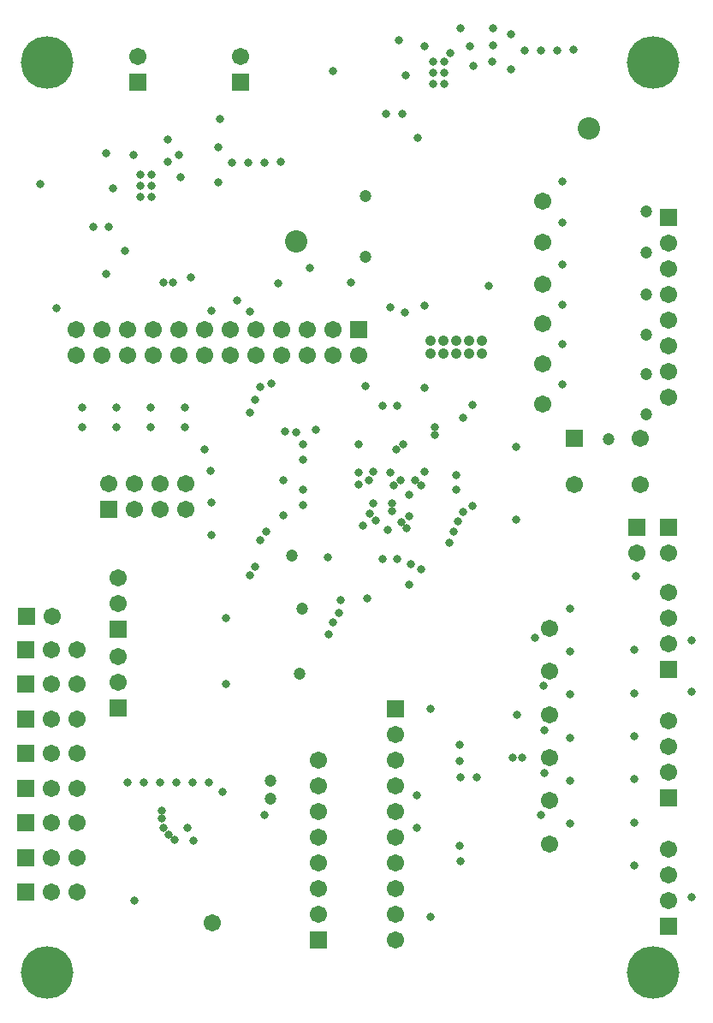
<source format=gbr>
%TF.GenerationSoftware,Altium Limited,Altium Designer,19.1.8 (144)*%
G04 Layer_Color=16711935*
%FSLAX45Y45*%
%MOMM*%
%TF.FileFunction,Soldermask,Bot*%
%TF.Part,Single*%
G01*
G75*
%TA.AperFunction,ComponentPad*%
%ADD44C,1.70320*%
%ADD45R,1.70320X1.70320*%
%ADD46C,1.70320*%
%ADD47C,2.20320*%
%ADD48C,1.05320*%
%ADD49R,1.70320X1.70320*%
%TA.AperFunction,ViaPad*%
%ADD50C,0.80320*%
%ADD51C,1.20320*%
%ADD52C,5.20320*%
D44*
X6652500Y3749000D02*
D03*
Y4257000D02*
D03*
Y4003000D02*
D03*
Y1209000D02*
D03*
Y1717000D02*
D03*
Y1463000D02*
D03*
Y2479000D02*
D03*
Y2987000D02*
D03*
Y2733000D02*
D03*
X1207500Y4151500D02*
D03*
Y4405500D02*
D03*
Y3366500D02*
D03*
Y3620500D02*
D03*
X1876500Y5331500D02*
D03*
Y5077500D02*
D03*
X1622500Y5331500D02*
D03*
Y5077500D02*
D03*
X1368500Y5331500D02*
D03*
Y5077500D02*
D03*
X1114500Y5331500D02*
D03*
X5717500Y5327500D02*
D03*
X6367500D02*
D03*
Y5777500D02*
D03*
X2416000Y9554000D02*
D03*
X1400000D02*
D03*
X6652500Y7711500D02*
D03*
Y7457500D02*
D03*
Y7203500D02*
D03*
Y6949500D02*
D03*
Y6695500D02*
D03*
Y6441500D02*
D03*
Y6187500D02*
D03*
Y4651000D02*
D03*
X549000Y4022500D02*
D03*
X6337500Y4648500D02*
D03*
X543500Y3690714D02*
D03*
X797500D02*
D03*
X543500Y3347857D02*
D03*
X797500D02*
D03*
X3948000Y2596000D02*
D03*
Y818000D02*
D03*
Y1072000D02*
D03*
Y1326000D02*
D03*
Y1580000D02*
D03*
Y1834000D02*
D03*
Y2088000D02*
D03*
Y2342000D02*
D03*
Y2850000D02*
D03*
X543500Y3005000D02*
D03*
X797500D02*
D03*
X543500Y2662143D02*
D03*
X797500D02*
D03*
X543500Y2319286D02*
D03*
X797500D02*
D03*
X543500Y1976429D02*
D03*
X797500D02*
D03*
X3582000Y6606000D02*
D03*
X3328000Y6860000D02*
D03*
Y6606000D02*
D03*
X3074000Y6860000D02*
D03*
Y6606000D02*
D03*
X2820000Y6860000D02*
D03*
Y6606000D02*
D03*
X2566000Y6860000D02*
D03*
Y6606000D02*
D03*
X2312000Y6860000D02*
D03*
Y6606000D02*
D03*
X2058000Y6860000D02*
D03*
Y6606000D02*
D03*
X1804000Y6860000D02*
D03*
Y6606000D02*
D03*
X1550000Y6860000D02*
D03*
Y6606000D02*
D03*
X1296000Y6860000D02*
D03*
Y6606000D02*
D03*
X1042000Y6860000D02*
D03*
Y6606000D02*
D03*
X788000Y6860000D02*
D03*
Y6606000D02*
D03*
X543500Y1633572D02*
D03*
X797500D02*
D03*
X543500Y1290714D02*
D03*
X797500D02*
D03*
X3186000Y1072000D02*
D03*
Y1326000D02*
D03*
Y1580000D02*
D03*
Y1834000D02*
D03*
Y2088000D02*
D03*
Y2342000D02*
D03*
Y2596000D02*
D03*
D45*
X6652500Y3495000D02*
D03*
Y955000D02*
D03*
Y2225000D02*
D03*
X1207500Y3897500D02*
D03*
Y3112500D02*
D03*
X2416000Y9300000D02*
D03*
X1400000D02*
D03*
X6652500Y7965500D02*
D03*
Y4905000D02*
D03*
X6337500Y4902500D02*
D03*
X3948000Y3104000D02*
D03*
X3186000Y818000D02*
D03*
D46*
X5475000Y3050000D02*
D03*
Y2623500D02*
D03*
X5475000Y1770500D02*
D03*
X5475000Y3476501D02*
D03*
X2140000Y987500D02*
D03*
X5475000Y3903000D02*
D03*
X5475000Y2197000D02*
D03*
X5402500Y7719500D02*
D03*
X5402500Y8126500D02*
D03*
X5402500Y6122500D02*
D03*
Y6518000D02*
D03*
X5402500Y6912501D02*
D03*
X5402500Y7307000D02*
D03*
D47*
X5865000Y8847500D02*
D03*
X2967814Y7729778D02*
D03*
D48*
X4298500Y6619000D02*
D03*
Y6746000D02*
D03*
X4425500Y6619000D02*
D03*
Y6746000D02*
D03*
X4552500Y6619000D02*
D03*
Y6746000D02*
D03*
X4679500Y6619000D02*
D03*
Y6746000D02*
D03*
X4806500Y6619000D02*
D03*
Y6746000D02*
D03*
D49*
X1114500Y5077500D02*
D03*
X5717500Y5777500D02*
D03*
X295000Y4022500D02*
D03*
X289500Y3690714D02*
D03*
Y3347857D02*
D03*
Y3005000D02*
D03*
Y2662143D02*
D03*
Y2319286D02*
D03*
Y1976429D02*
D03*
X3582000Y6860000D02*
D03*
X289500Y1633572D02*
D03*
Y1290714D02*
D03*
D50*
X2275000Y3350000D02*
D03*
Y4000000D02*
D03*
X1537443Y8392441D02*
D03*
Y8282441D02*
D03*
X1427443Y8392441D02*
D03*
Y8282441D02*
D03*
X1537443Y8172441D02*
D03*
X1427443D02*
D03*
X4490000Y9592500D02*
D03*
X4595000Y9837500D02*
D03*
X4915000Y9840000D02*
D03*
Y9670155D02*
D03*
X2130000Y4822779D02*
D03*
X4037500Y7030000D02*
D03*
X4087500Y5012500D02*
D03*
X4232180Y7095000D02*
D03*
X3650000Y6300000D02*
D03*
X1750000Y7325000D02*
D03*
X1653718Y7325000D02*
D03*
X1922500Y7370000D02*
D03*
X1082500Y7407500D02*
D03*
X2380000Y7142500D02*
D03*
X2505000Y7035000D02*
D03*
X1699613Y8735000D02*
D03*
Y8520000D02*
D03*
X3160154Y5867786D02*
D03*
X2970000Y5842500D02*
D03*
X2860000Y5847500D02*
D03*
X2837500Y5370000D02*
D03*
X2837638Y5020245D02*
D03*
X3102500Y7467500D02*
D03*
X2790000Y7317500D02*
D03*
X595000Y7065000D02*
D03*
X6327500Y4415000D02*
D03*
X2125000Y5142779D02*
D03*
X2117500Y5462779D02*
D03*
X2057500Y5670000D02*
D03*
X6312500Y3687500D02*
D03*
Y3261001D02*
D03*
Y2834500D02*
D03*
Y2408000D02*
D03*
X6312500Y1981500D02*
D03*
Y1555000D02*
D03*
X2125000Y7042500D02*
D03*
X4232500Y6280000D02*
D03*
X3900000Y7075000D02*
D03*
X5144979Y5699685D02*
D03*
X4434629Y9290163D02*
D03*
X4324629D02*
D03*
X4434629Y9400163D02*
D03*
X4324629D02*
D03*
X4434629Y9510163D02*
D03*
X4324629D02*
D03*
X4232500Y5455000D02*
D03*
X5110500Y2623000D02*
D03*
X1637500Y2020000D02*
D03*
X1632500Y2100000D02*
D03*
X1650000Y1925000D02*
D03*
X1705000Y1862500D02*
D03*
X1762500Y1807500D02*
D03*
X4485000Y4747500D02*
D03*
X4525000Y4855000D02*
D03*
X4620000Y5052500D02*
D03*
X4565000Y4962500D02*
D03*
X4202500Y4487500D02*
D03*
X4085000Y4335000D02*
D03*
X4100000Y4537500D02*
D03*
X3967500Y4587500D02*
D03*
X4707500Y5110000D02*
D03*
X3752500Y4970000D02*
D03*
X3690000Y5035000D02*
D03*
X3917691Y5140251D02*
D03*
X3917500Y5065363D02*
D03*
X4055198Y4890239D02*
D03*
X4007696Y4947741D02*
D03*
X3385000Y4055000D02*
D03*
X3327500Y3960000D02*
D03*
X3405000Y4177500D02*
D03*
X3285000Y3840000D02*
D03*
X3730000Y5452500D02*
D03*
X3957500Y5670000D02*
D03*
X3587675Y5320260D02*
D03*
X4080000Y5220000D02*
D03*
X2510122Y6035295D02*
D03*
X4617500Y5985000D02*
D03*
X4027500Y5720000D02*
D03*
X3685180Y5370262D02*
D03*
X2610000Y6287500D02*
D03*
X2670000Y4855000D02*
D03*
X2717500Y6320000D02*
D03*
X2560000Y6165000D02*
D03*
X3508750Y7320000D02*
D03*
X4160000Y1927500D02*
D03*
Y2252500D02*
D03*
X2214845Y8942500D02*
D03*
X3875000Y4877500D02*
D03*
X3895000Y5442500D02*
D03*
X3585000D02*
D03*
Y5720000D02*
D03*
X3627500Y4920000D02*
D03*
X3730000Y5140000D02*
D03*
X3820447Y6105453D02*
D03*
X3035000Y5570000D02*
D03*
X2327835Y8507717D02*
D03*
X2490334D02*
D03*
X2650335D02*
D03*
X2810314Y8513032D02*
D03*
X2195314Y8662433D02*
D03*
Y8312433D02*
D03*
X5707479Y9625470D02*
D03*
X5547500Y9620155D02*
D03*
X5387500D02*
D03*
X5225000D02*
D03*
X4907500Y9510155D02*
D03*
X5092500Y9430155D02*
D03*
X4172186Y8755222D02*
D03*
X1275000Y7637500D02*
D03*
X1820000Y8362500D02*
D03*
X1807500Y8582500D02*
D03*
X1357500D02*
D03*
X1155314Y8257441D02*
D03*
X1082814Y8599934D02*
D03*
X1115314Y7869933D02*
D03*
X955314D02*
D03*
X432814Y8299933D02*
D03*
X4719199Y9466854D02*
D03*
X4682500Y9662655D02*
D03*
X4240000D02*
D03*
X3852500Y8987655D02*
D03*
X5092500Y9780155D02*
D03*
X4012500Y8987655D02*
D03*
X3330000Y9417655D02*
D03*
X3980000Y9717656D02*
D03*
X4052500Y9375163D02*
D03*
X847500Y6084993D02*
D03*
X1187779Y6084709D02*
D03*
X1527500Y6084993D02*
D03*
X1867500D02*
D03*
Y5894994D02*
D03*
X1527500D02*
D03*
X1187779Y5894709D02*
D03*
X847500Y5894994D02*
D03*
X6880000Y1247500D02*
D03*
Y3275000D02*
D03*
Y3787500D02*
D03*
X4590000Y1600000D02*
D03*
X4582500Y1752500D02*
D03*
X4750000Y2427500D02*
D03*
X4587500Y2430000D02*
D03*
X4582500Y2590000D02*
D03*
X4580000Y2750000D02*
D03*
X4292500Y3110000D02*
D03*
Y1052500D02*
D03*
X4872179Y7290000D02*
D03*
X5602500Y6314500D02*
D03*
Y6710000D02*
D03*
X5602500Y7104500D02*
D03*
X5602500Y7498999D02*
D03*
Y7911500D02*
D03*
X5602500Y8318500D02*
D03*
X5675000Y4100000D02*
D03*
Y3673501D02*
D03*
Y3247000D02*
D03*
Y2820500D02*
D03*
X5675001Y2394000D02*
D03*
Y1967500D02*
D03*
X5390000Y2060000D02*
D03*
X5425000Y2470000D02*
D03*
Y2892500D02*
D03*
X5410000Y3332500D02*
D03*
X5325000Y3805000D02*
D03*
X2610000Y4775000D02*
D03*
X4000000Y5370000D02*
D03*
X3935000Y5320000D02*
D03*
X5152500Y3050000D02*
D03*
X3277500Y4605000D02*
D03*
X5202500Y2623500D02*
D03*
X1892500Y1925000D02*
D03*
X5145000Y4980000D02*
D03*
X2237500Y2282501D02*
D03*
X2652500Y2060001D02*
D03*
X1367500Y1210000D02*
D03*
X3665000Y4195000D02*
D03*
X4712500Y6107500D02*
D03*
X4340000Y5887500D02*
D03*
X4142500Y5370000D02*
D03*
X4340000Y5812500D02*
D03*
X4202500Y5320000D02*
D03*
X2560000Y4510000D02*
D03*
X2512500Y4430000D02*
D03*
X1300001Y2380001D02*
D03*
X1620001D02*
D03*
X1780001Y2377501D02*
D03*
X1950000Y1802501D02*
D03*
X1940001Y2377501D02*
D03*
X1460001Y2380001D02*
D03*
X2100000D02*
D03*
X3035000Y5720000D02*
D03*
X3817500Y4587500D02*
D03*
X3035000Y5270000D02*
D03*
Y5120000D02*
D03*
X4550000Y5270000D02*
D03*
Y5420000D02*
D03*
X3967500Y6102500D02*
D03*
D51*
X6424980Y6017215D02*
D03*
X6425001Y6418000D02*
D03*
X6424980Y6807215D02*
D03*
X6425001Y7207000D02*
D03*
Y7619500D02*
D03*
X6425000Y8026500D02*
D03*
X2927500Y4622500D02*
D03*
X2715000Y2217500D02*
D03*
X2710000Y2392500D02*
D03*
X2997500Y3455000D02*
D03*
X3025000Y4100000D02*
D03*
X3647500Y7580000D02*
D03*
Y8180000D02*
D03*
X6055000Y5772500D02*
D03*
D52*
X6500000Y500000D02*
D03*
X500000Y9500000D02*
D03*
Y500000D02*
D03*
X6500000Y9500000D02*
D03*
%TF.MD5,1cbef54ee460a31b1469752089247353*%
M02*

</source>
